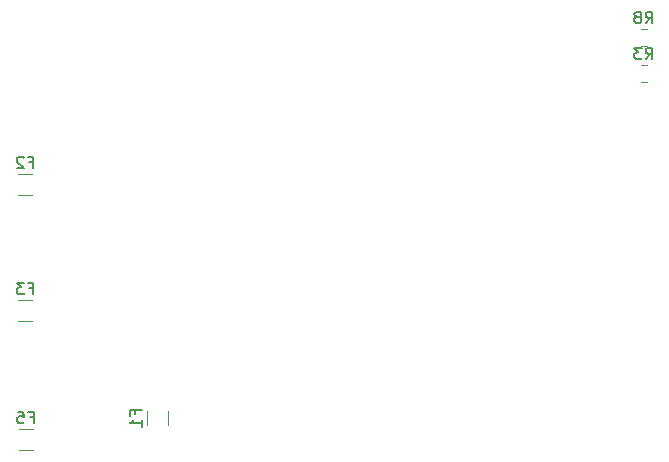
<source format=gbr>
G04 #@! TF.GenerationSoftware,KiCad,Pcbnew,5.1.4+dfsg1-1*
G04 #@! TF.CreationDate,2020-01-31T17:37:18+01:00*
G04 #@! TF.ProjectId,AstriPiCompute,41737472-6950-4694-936f-6d707574652e,rev?*
G04 #@! TF.SameCoordinates,Original*
G04 #@! TF.FileFunction,Legend,Bot*
G04 #@! TF.FilePolarity,Positive*
%FSLAX46Y46*%
G04 Gerber Fmt 4.6, Leading zero omitted, Abs format (unit mm)*
G04 Created by KiCad (PCBNEW 5.1.4+dfsg1-1) date 2020-01-31 17:37:18*
%MOMM*%
%LPD*%
G04 APERTURE LIST*
%ADD10C,0.120000*%
%ADD11C,0.150000*%
G04 APERTURE END LIST*
D10*
X7169564Y-25760000D02*
X5965436Y-25760000D01*
X7169564Y-27580000D02*
X5965436Y-27580000D01*
X59186578Y-5894000D02*
X58669422Y-5894000D01*
X59186578Y-7314000D02*
X58669422Y-7314000D01*
X59186578Y-2846000D02*
X58669422Y-2846000D01*
X59186578Y-4266000D02*
X58669422Y-4266000D01*
X18690000Y-35175436D02*
X18690000Y-36379564D01*
X16870000Y-35175436D02*
X16870000Y-36379564D01*
X7206064Y-38502000D02*
X6001936Y-38502000D01*
X7206064Y-36682000D02*
X6001936Y-36682000D01*
X7169564Y-15092000D02*
X5965436Y-15092000D01*
X7169564Y-16912000D02*
X5965436Y-16912000D01*
D11*
X6900833Y-24778571D02*
X7234166Y-24778571D01*
X7234166Y-25302380D02*
X7234166Y-24302380D01*
X6757976Y-24302380D01*
X6472261Y-24302380D02*
X5853214Y-24302380D01*
X6186547Y-24683333D01*
X6043690Y-24683333D01*
X5948452Y-24730952D01*
X5900833Y-24778571D01*
X5853214Y-24873809D01*
X5853214Y-25111904D01*
X5900833Y-25207142D01*
X5948452Y-25254761D01*
X6043690Y-25302380D01*
X6329404Y-25302380D01*
X6424642Y-25254761D01*
X6472261Y-25207142D01*
X59094666Y-5406380D02*
X59428000Y-4930190D01*
X59666095Y-5406380D02*
X59666095Y-4406380D01*
X59285142Y-4406380D01*
X59189904Y-4454000D01*
X59142285Y-4501619D01*
X59094666Y-4596857D01*
X59094666Y-4739714D01*
X59142285Y-4834952D01*
X59189904Y-4882571D01*
X59285142Y-4930190D01*
X59666095Y-4930190D01*
X58761333Y-4406380D02*
X58142285Y-4406380D01*
X58475619Y-4787333D01*
X58332761Y-4787333D01*
X58237523Y-4834952D01*
X58189904Y-4882571D01*
X58142285Y-4977809D01*
X58142285Y-5215904D01*
X58189904Y-5311142D01*
X58237523Y-5358761D01*
X58332761Y-5406380D01*
X58618476Y-5406380D01*
X58713714Y-5358761D01*
X58761333Y-5311142D01*
X59094666Y-2358380D02*
X59428000Y-1882190D01*
X59666095Y-2358380D02*
X59666095Y-1358380D01*
X59285142Y-1358380D01*
X59189904Y-1406000D01*
X59142285Y-1453619D01*
X59094666Y-1548857D01*
X59094666Y-1691714D01*
X59142285Y-1786952D01*
X59189904Y-1834571D01*
X59285142Y-1882190D01*
X59666095Y-1882190D01*
X58523238Y-1786952D02*
X58618476Y-1739333D01*
X58666095Y-1691714D01*
X58713714Y-1596476D01*
X58713714Y-1548857D01*
X58666095Y-1453619D01*
X58618476Y-1406000D01*
X58523238Y-1358380D01*
X58332761Y-1358380D01*
X58237523Y-1406000D01*
X58189904Y-1453619D01*
X58142285Y-1548857D01*
X58142285Y-1596476D01*
X58189904Y-1691714D01*
X58237523Y-1739333D01*
X58332761Y-1786952D01*
X58523238Y-1786952D01*
X58618476Y-1834571D01*
X58666095Y-1882190D01*
X58713714Y-1977428D01*
X58713714Y-2167904D01*
X58666095Y-2263142D01*
X58618476Y-2310761D01*
X58523238Y-2358380D01*
X58332761Y-2358380D01*
X58237523Y-2310761D01*
X58189904Y-2263142D01*
X58142285Y-2167904D01*
X58142285Y-1977428D01*
X58189904Y-1882190D01*
X58237523Y-1834571D01*
X58332761Y-1786952D01*
X15888571Y-35444166D02*
X15888571Y-35110833D01*
X16412380Y-35110833D02*
X15412380Y-35110833D01*
X15412380Y-35587023D01*
X16412380Y-36491785D02*
X16412380Y-35920357D01*
X16412380Y-36206071D02*
X15412380Y-36206071D01*
X15555238Y-36110833D01*
X15650476Y-36015595D01*
X15698095Y-35920357D01*
X6937333Y-35700571D02*
X7270666Y-35700571D01*
X7270666Y-36224380D02*
X7270666Y-35224380D01*
X6794476Y-35224380D01*
X5937333Y-35224380D02*
X6413523Y-35224380D01*
X6461142Y-35700571D01*
X6413523Y-35652952D01*
X6318285Y-35605333D01*
X6080190Y-35605333D01*
X5984952Y-35652952D01*
X5937333Y-35700571D01*
X5889714Y-35795809D01*
X5889714Y-36033904D01*
X5937333Y-36129142D01*
X5984952Y-36176761D01*
X6080190Y-36224380D01*
X6318285Y-36224380D01*
X6413523Y-36176761D01*
X6461142Y-36129142D01*
X6900833Y-14110571D02*
X7234166Y-14110571D01*
X7234166Y-14634380D02*
X7234166Y-13634380D01*
X6757976Y-13634380D01*
X6424642Y-13729619D02*
X6377023Y-13682000D01*
X6281785Y-13634380D01*
X6043690Y-13634380D01*
X5948452Y-13682000D01*
X5900833Y-13729619D01*
X5853214Y-13824857D01*
X5853214Y-13920095D01*
X5900833Y-14062952D01*
X6472261Y-14634380D01*
X5853214Y-14634380D01*
M02*

</source>
